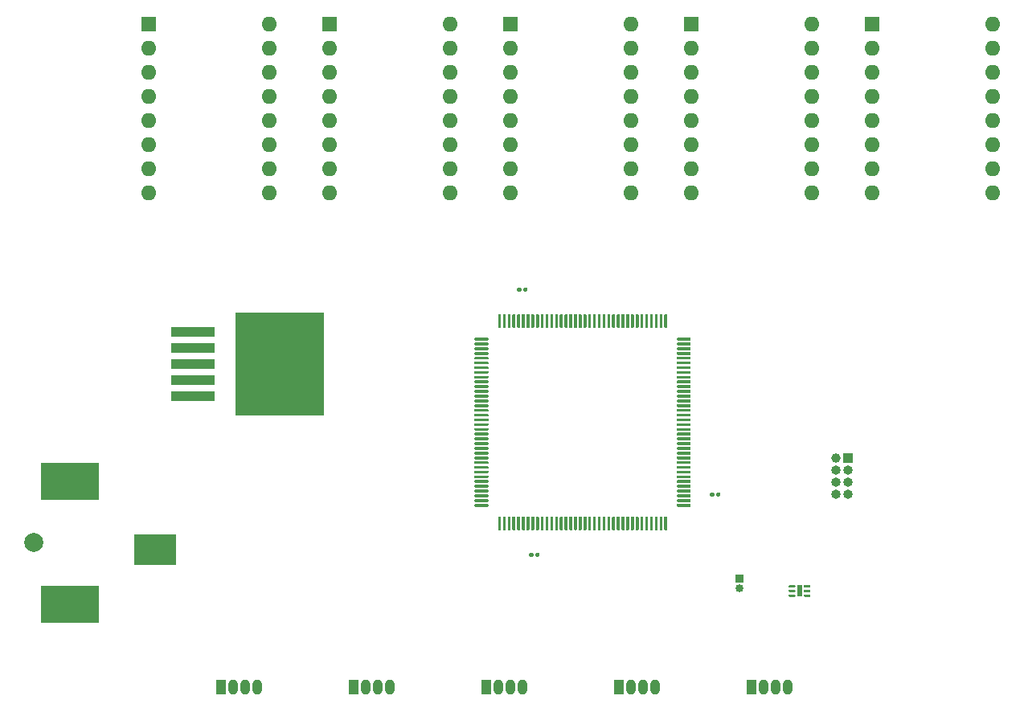
<source format=gbr>
%TF.GenerationSoftware,KiCad,Pcbnew,(5.1.9)-1*%
%TF.CreationDate,2021-10-09T18:12:39+01:00*%
%TF.ProjectId,btctestv0,62746374-6573-4747-9630-2e6b69636164,rev?*%
%TF.SameCoordinates,Original*%
%TF.FileFunction,Soldermask,Top*%
%TF.FilePolarity,Negative*%
%FSLAX46Y46*%
G04 Gerber Fmt 4.6, Leading zero omitted, Abs format (unit mm)*
G04 Created by KiCad (PCBNEW (5.1.9)-1) date 2021-10-09 18:12:39*
%MOMM*%
%LPD*%
G01*
G04 APERTURE LIST*
%ADD10C,2.000000*%
%ADD11R,6.200000X3.900000*%
%ADD12R,4.400000X3.300000*%
%ADD13O,0.850000X0.850000*%
%ADD14R,0.850000X0.850000*%
%ADD15O,1.000000X1.000000*%
%ADD16R,1.000000X1.000000*%
%ADD17C,1.000000*%
%ADD18R,9.400000X10.800000*%
%ADD19R,4.600000X1.100000*%
%ADD20R,0.500000X1.260000*%
%ADD21O,1.000000X1.600000*%
%ADD22R,1.000000X1.600000*%
%ADD23O,1.600000X1.600000*%
%ADD24R,1.600000X1.600000*%
G04 APERTURE END LIST*
D10*
%TO.C,REF\u002A\u002A*%
X89520000Y-82550000D03*
D11*
X93320000Y-89000000D03*
X93320000Y-76100000D03*
D12*
X102320000Y-83250000D03*
%TD*%
D13*
%TO.C,REF\u002A\u002A*%
X163830000Y-87360000D03*
D14*
X163830000Y-86360000D03*
%TD*%
D15*
%TO.C,REF\u002A\u002A*%
X175260000Y-77470000D03*
X173990000Y-77470000D03*
X175260000Y-76200000D03*
X173990000Y-76200000D03*
X175260000Y-74930000D03*
X173990000Y-74930000D03*
D16*
X175260000Y-73660000D03*
D17*
X173990000Y-73660000D03*
%TD*%
%TO.C,REF\u002A\u002A*%
G36*
G01*
X141060000Y-55980000D02*
X141060000Y-55780000D01*
G75*
G02*
X141160000Y-55680000I100000J0D01*
G01*
X141420000Y-55680000D01*
G75*
G02*
X141520000Y-55780000I0J-100000D01*
G01*
X141520000Y-55980000D01*
G75*
G02*
X141420000Y-56080000I-100000J0D01*
G01*
X141160000Y-56080000D01*
G75*
G02*
X141060000Y-55980000I0J100000D01*
G01*
G37*
G36*
G01*
X140420000Y-55980000D02*
X140420000Y-55780000D01*
G75*
G02*
X140520000Y-55680000I100000J0D01*
G01*
X140780000Y-55680000D01*
G75*
G02*
X140880000Y-55780000I0J-100000D01*
G01*
X140880000Y-55980000D01*
G75*
G02*
X140780000Y-56080000I-100000J0D01*
G01*
X140520000Y-56080000D01*
G75*
G02*
X140420000Y-55980000I0J100000D01*
G01*
G37*
%TD*%
%TO.C,REF\u002A\u002A*%
G36*
G01*
X161380000Y-77570000D02*
X161380000Y-77370000D01*
G75*
G02*
X161480000Y-77270000I100000J0D01*
G01*
X161740000Y-77270000D01*
G75*
G02*
X161840000Y-77370000I0J-100000D01*
G01*
X161840000Y-77570000D01*
G75*
G02*
X161740000Y-77670000I-100000J0D01*
G01*
X161480000Y-77670000D01*
G75*
G02*
X161380000Y-77570000I0J100000D01*
G01*
G37*
G36*
G01*
X160740000Y-77570000D02*
X160740000Y-77370000D01*
G75*
G02*
X160840000Y-77270000I100000J0D01*
G01*
X161100000Y-77270000D01*
G75*
G02*
X161200000Y-77370000I0J-100000D01*
G01*
X161200000Y-77570000D01*
G75*
G02*
X161100000Y-77670000I-100000J0D01*
G01*
X160840000Y-77670000D01*
G75*
G02*
X160740000Y-77570000I0J100000D01*
G01*
G37*
%TD*%
%TO.C,REF\u002A\u002A*%
G36*
G01*
X142330000Y-83920000D02*
X142330000Y-83720000D01*
G75*
G02*
X142430000Y-83620000I100000J0D01*
G01*
X142690000Y-83620000D01*
G75*
G02*
X142790000Y-83720000I0J-100000D01*
G01*
X142790000Y-83920000D01*
G75*
G02*
X142690000Y-84020000I-100000J0D01*
G01*
X142430000Y-84020000D01*
G75*
G02*
X142330000Y-83920000I0J100000D01*
G01*
G37*
G36*
G01*
X141690000Y-83920000D02*
X141690000Y-83720000D01*
G75*
G02*
X141790000Y-83620000I100000J0D01*
G01*
X142050000Y-83620000D01*
G75*
G02*
X142150000Y-83720000I0J-100000D01*
G01*
X142150000Y-83920000D01*
G75*
G02*
X142050000Y-84020000I-100000J0D01*
G01*
X141790000Y-84020000D01*
G75*
G02*
X141690000Y-83920000I0J100000D01*
G01*
G37*
%TD*%
D18*
%TO.C,U8*%
X115455000Y-63735000D03*
D19*
X106305000Y-67135000D03*
X106305000Y-65435000D03*
X106305000Y-63735000D03*
X106305000Y-62035000D03*
X106305000Y-60335000D03*
%TD*%
D20*
%TO.C,U7*%
X170180000Y-87630000D03*
G36*
G01*
X170630000Y-87192500D02*
X170630000Y-87067500D01*
G75*
G02*
X170692500Y-87005000I62500J0D01*
G01*
X171267500Y-87005000D01*
G75*
G02*
X171330000Y-87067500I0J-62500D01*
G01*
X171330000Y-87192500D01*
G75*
G02*
X171267500Y-87255000I-62500J0D01*
G01*
X170692500Y-87255000D01*
G75*
G02*
X170630000Y-87192500I0J62500D01*
G01*
G37*
G36*
G01*
X170630000Y-87692500D02*
X170630000Y-87567500D01*
G75*
G02*
X170692500Y-87505000I62500J0D01*
G01*
X171267500Y-87505000D01*
G75*
G02*
X171330000Y-87567500I0J-62500D01*
G01*
X171330000Y-87692500D01*
G75*
G02*
X171267500Y-87755000I-62500J0D01*
G01*
X170692500Y-87755000D01*
G75*
G02*
X170630000Y-87692500I0J62500D01*
G01*
G37*
G36*
G01*
X170630000Y-88192500D02*
X170630000Y-88067500D01*
G75*
G02*
X170692500Y-88005000I62500J0D01*
G01*
X171267500Y-88005000D01*
G75*
G02*
X171330000Y-88067500I0J-62500D01*
G01*
X171330000Y-88192500D01*
G75*
G02*
X171267500Y-88255000I-62500J0D01*
G01*
X170692500Y-88255000D01*
G75*
G02*
X170630000Y-88192500I0J62500D01*
G01*
G37*
G36*
G01*
X169030000Y-88192500D02*
X169030000Y-88067500D01*
G75*
G02*
X169092500Y-88005000I62500J0D01*
G01*
X169667500Y-88005000D01*
G75*
G02*
X169730000Y-88067500I0J-62500D01*
G01*
X169730000Y-88192500D01*
G75*
G02*
X169667500Y-88255000I-62500J0D01*
G01*
X169092500Y-88255000D01*
G75*
G02*
X169030000Y-88192500I0J62500D01*
G01*
G37*
G36*
G01*
X169030000Y-87692500D02*
X169030000Y-87567500D01*
G75*
G02*
X169092500Y-87505000I62500J0D01*
G01*
X169667500Y-87505000D01*
G75*
G02*
X169730000Y-87567500I0J-62500D01*
G01*
X169730000Y-87692500D01*
G75*
G02*
X169667500Y-87755000I-62500J0D01*
G01*
X169092500Y-87755000D01*
G75*
G02*
X169030000Y-87692500I0J62500D01*
G01*
G37*
G36*
G01*
X169030000Y-87192500D02*
X169030000Y-87067500D01*
G75*
G02*
X169092500Y-87005000I62500J0D01*
G01*
X169667500Y-87005000D01*
G75*
G02*
X169730000Y-87067500I0J-62500D01*
G01*
X169730000Y-87192500D01*
G75*
G02*
X169667500Y-87255000I-62500J0D01*
G01*
X169092500Y-87255000D01*
G75*
G02*
X169030000Y-87192500I0J62500D01*
G01*
G37*
%TD*%
%TO.C,U6*%
G36*
G01*
X138420000Y-59850000D02*
X138420000Y-58525000D01*
G75*
G02*
X138495000Y-58450000I75000J0D01*
G01*
X138645000Y-58450000D01*
G75*
G02*
X138720000Y-58525000I0J-75000D01*
G01*
X138720000Y-59850000D01*
G75*
G02*
X138645000Y-59925000I-75000J0D01*
G01*
X138495000Y-59925000D01*
G75*
G02*
X138420000Y-59850000I0J75000D01*
G01*
G37*
G36*
G01*
X138920000Y-59850000D02*
X138920000Y-58525000D01*
G75*
G02*
X138995000Y-58450000I75000J0D01*
G01*
X139145000Y-58450000D01*
G75*
G02*
X139220000Y-58525000I0J-75000D01*
G01*
X139220000Y-59850000D01*
G75*
G02*
X139145000Y-59925000I-75000J0D01*
G01*
X138995000Y-59925000D01*
G75*
G02*
X138920000Y-59850000I0J75000D01*
G01*
G37*
G36*
G01*
X139420000Y-59850000D02*
X139420000Y-58525000D01*
G75*
G02*
X139495000Y-58450000I75000J0D01*
G01*
X139645000Y-58450000D01*
G75*
G02*
X139720000Y-58525000I0J-75000D01*
G01*
X139720000Y-59850000D01*
G75*
G02*
X139645000Y-59925000I-75000J0D01*
G01*
X139495000Y-59925000D01*
G75*
G02*
X139420000Y-59850000I0J75000D01*
G01*
G37*
G36*
G01*
X139920000Y-59850000D02*
X139920000Y-58525000D01*
G75*
G02*
X139995000Y-58450000I75000J0D01*
G01*
X140145000Y-58450000D01*
G75*
G02*
X140220000Y-58525000I0J-75000D01*
G01*
X140220000Y-59850000D01*
G75*
G02*
X140145000Y-59925000I-75000J0D01*
G01*
X139995000Y-59925000D01*
G75*
G02*
X139920000Y-59850000I0J75000D01*
G01*
G37*
G36*
G01*
X140420000Y-59850000D02*
X140420000Y-58525000D01*
G75*
G02*
X140495000Y-58450000I75000J0D01*
G01*
X140645000Y-58450000D01*
G75*
G02*
X140720000Y-58525000I0J-75000D01*
G01*
X140720000Y-59850000D01*
G75*
G02*
X140645000Y-59925000I-75000J0D01*
G01*
X140495000Y-59925000D01*
G75*
G02*
X140420000Y-59850000I0J75000D01*
G01*
G37*
G36*
G01*
X140920000Y-59850000D02*
X140920000Y-58525000D01*
G75*
G02*
X140995000Y-58450000I75000J0D01*
G01*
X141145000Y-58450000D01*
G75*
G02*
X141220000Y-58525000I0J-75000D01*
G01*
X141220000Y-59850000D01*
G75*
G02*
X141145000Y-59925000I-75000J0D01*
G01*
X140995000Y-59925000D01*
G75*
G02*
X140920000Y-59850000I0J75000D01*
G01*
G37*
G36*
G01*
X141420000Y-59850000D02*
X141420000Y-58525000D01*
G75*
G02*
X141495000Y-58450000I75000J0D01*
G01*
X141645000Y-58450000D01*
G75*
G02*
X141720000Y-58525000I0J-75000D01*
G01*
X141720000Y-59850000D01*
G75*
G02*
X141645000Y-59925000I-75000J0D01*
G01*
X141495000Y-59925000D01*
G75*
G02*
X141420000Y-59850000I0J75000D01*
G01*
G37*
G36*
G01*
X141920000Y-59850000D02*
X141920000Y-58525000D01*
G75*
G02*
X141995000Y-58450000I75000J0D01*
G01*
X142145000Y-58450000D01*
G75*
G02*
X142220000Y-58525000I0J-75000D01*
G01*
X142220000Y-59850000D01*
G75*
G02*
X142145000Y-59925000I-75000J0D01*
G01*
X141995000Y-59925000D01*
G75*
G02*
X141920000Y-59850000I0J75000D01*
G01*
G37*
G36*
G01*
X142420000Y-59850000D02*
X142420000Y-58525000D01*
G75*
G02*
X142495000Y-58450000I75000J0D01*
G01*
X142645000Y-58450000D01*
G75*
G02*
X142720000Y-58525000I0J-75000D01*
G01*
X142720000Y-59850000D01*
G75*
G02*
X142645000Y-59925000I-75000J0D01*
G01*
X142495000Y-59925000D01*
G75*
G02*
X142420000Y-59850000I0J75000D01*
G01*
G37*
G36*
G01*
X142920000Y-59850000D02*
X142920000Y-58525000D01*
G75*
G02*
X142995000Y-58450000I75000J0D01*
G01*
X143145000Y-58450000D01*
G75*
G02*
X143220000Y-58525000I0J-75000D01*
G01*
X143220000Y-59850000D01*
G75*
G02*
X143145000Y-59925000I-75000J0D01*
G01*
X142995000Y-59925000D01*
G75*
G02*
X142920000Y-59850000I0J75000D01*
G01*
G37*
G36*
G01*
X143420000Y-59850000D02*
X143420000Y-58525000D01*
G75*
G02*
X143495000Y-58450000I75000J0D01*
G01*
X143645000Y-58450000D01*
G75*
G02*
X143720000Y-58525000I0J-75000D01*
G01*
X143720000Y-59850000D01*
G75*
G02*
X143645000Y-59925000I-75000J0D01*
G01*
X143495000Y-59925000D01*
G75*
G02*
X143420000Y-59850000I0J75000D01*
G01*
G37*
G36*
G01*
X143920000Y-59850000D02*
X143920000Y-58525000D01*
G75*
G02*
X143995000Y-58450000I75000J0D01*
G01*
X144145000Y-58450000D01*
G75*
G02*
X144220000Y-58525000I0J-75000D01*
G01*
X144220000Y-59850000D01*
G75*
G02*
X144145000Y-59925000I-75000J0D01*
G01*
X143995000Y-59925000D01*
G75*
G02*
X143920000Y-59850000I0J75000D01*
G01*
G37*
G36*
G01*
X144420000Y-59850000D02*
X144420000Y-58525000D01*
G75*
G02*
X144495000Y-58450000I75000J0D01*
G01*
X144645000Y-58450000D01*
G75*
G02*
X144720000Y-58525000I0J-75000D01*
G01*
X144720000Y-59850000D01*
G75*
G02*
X144645000Y-59925000I-75000J0D01*
G01*
X144495000Y-59925000D01*
G75*
G02*
X144420000Y-59850000I0J75000D01*
G01*
G37*
G36*
G01*
X144920000Y-59850000D02*
X144920000Y-58525000D01*
G75*
G02*
X144995000Y-58450000I75000J0D01*
G01*
X145145000Y-58450000D01*
G75*
G02*
X145220000Y-58525000I0J-75000D01*
G01*
X145220000Y-59850000D01*
G75*
G02*
X145145000Y-59925000I-75000J0D01*
G01*
X144995000Y-59925000D01*
G75*
G02*
X144920000Y-59850000I0J75000D01*
G01*
G37*
G36*
G01*
X145420000Y-59850000D02*
X145420000Y-58525000D01*
G75*
G02*
X145495000Y-58450000I75000J0D01*
G01*
X145645000Y-58450000D01*
G75*
G02*
X145720000Y-58525000I0J-75000D01*
G01*
X145720000Y-59850000D01*
G75*
G02*
X145645000Y-59925000I-75000J0D01*
G01*
X145495000Y-59925000D01*
G75*
G02*
X145420000Y-59850000I0J75000D01*
G01*
G37*
G36*
G01*
X145920000Y-59850000D02*
X145920000Y-58525000D01*
G75*
G02*
X145995000Y-58450000I75000J0D01*
G01*
X146145000Y-58450000D01*
G75*
G02*
X146220000Y-58525000I0J-75000D01*
G01*
X146220000Y-59850000D01*
G75*
G02*
X146145000Y-59925000I-75000J0D01*
G01*
X145995000Y-59925000D01*
G75*
G02*
X145920000Y-59850000I0J75000D01*
G01*
G37*
G36*
G01*
X146420000Y-59850000D02*
X146420000Y-58525000D01*
G75*
G02*
X146495000Y-58450000I75000J0D01*
G01*
X146645000Y-58450000D01*
G75*
G02*
X146720000Y-58525000I0J-75000D01*
G01*
X146720000Y-59850000D01*
G75*
G02*
X146645000Y-59925000I-75000J0D01*
G01*
X146495000Y-59925000D01*
G75*
G02*
X146420000Y-59850000I0J75000D01*
G01*
G37*
G36*
G01*
X146920000Y-59850000D02*
X146920000Y-58525000D01*
G75*
G02*
X146995000Y-58450000I75000J0D01*
G01*
X147145000Y-58450000D01*
G75*
G02*
X147220000Y-58525000I0J-75000D01*
G01*
X147220000Y-59850000D01*
G75*
G02*
X147145000Y-59925000I-75000J0D01*
G01*
X146995000Y-59925000D01*
G75*
G02*
X146920000Y-59850000I0J75000D01*
G01*
G37*
G36*
G01*
X147420000Y-59850000D02*
X147420000Y-58525000D01*
G75*
G02*
X147495000Y-58450000I75000J0D01*
G01*
X147645000Y-58450000D01*
G75*
G02*
X147720000Y-58525000I0J-75000D01*
G01*
X147720000Y-59850000D01*
G75*
G02*
X147645000Y-59925000I-75000J0D01*
G01*
X147495000Y-59925000D01*
G75*
G02*
X147420000Y-59850000I0J75000D01*
G01*
G37*
G36*
G01*
X147920000Y-59850000D02*
X147920000Y-58525000D01*
G75*
G02*
X147995000Y-58450000I75000J0D01*
G01*
X148145000Y-58450000D01*
G75*
G02*
X148220000Y-58525000I0J-75000D01*
G01*
X148220000Y-59850000D01*
G75*
G02*
X148145000Y-59925000I-75000J0D01*
G01*
X147995000Y-59925000D01*
G75*
G02*
X147920000Y-59850000I0J75000D01*
G01*
G37*
G36*
G01*
X148420000Y-59850000D02*
X148420000Y-58525000D01*
G75*
G02*
X148495000Y-58450000I75000J0D01*
G01*
X148645000Y-58450000D01*
G75*
G02*
X148720000Y-58525000I0J-75000D01*
G01*
X148720000Y-59850000D01*
G75*
G02*
X148645000Y-59925000I-75000J0D01*
G01*
X148495000Y-59925000D01*
G75*
G02*
X148420000Y-59850000I0J75000D01*
G01*
G37*
G36*
G01*
X148920000Y-59850000D02*
X148920000Y-58525000D01*
G75*
G02*
X148995000Y-58450000I75000J0D01*
G01*
X149145000Y-58450000D01*
G75*
G02*
X149220000Y-58525000I0J-75000D01*
G01*
X149220000Y-59850000D01*
G75*
G02*
X149145000Y-59925000I-75000J0D01*
G01*
X148995000Y-59925000D01*
G75*
G02*
X148920000Y-59850000I0J75000D01*
G01*
G37*
G36*
G01*
X149420000Y-59850000D02*
X149420000Y-58525000D01*
G75*
G02*
X149495000Y-58450000I75000J0D01*
G01*
X149645000Y-58450000D01*
G75*
G02*
X149720000Y-58525000I0J-75000D01*
G01*
X149720000Y-59850000D01*
G75*
G02*
X149645000Y-59925000I-75000J0D01*
G01*
X149495000Y-59925000D01*
G75*
G02*
X149420000Y-59850000I0J75000D01*
G01*
G37*
G36*
G01*
X149920000Y-59850000D02*
X149920000Y-58525000D01*
G75*
G02*
X149995000Y-58450000I75000J0D01*
G01*
X150145000Y-58450000D01*
G75*
G02*
X150220000Y-58525000I0J-75000D01*
G01*
X150220000Y-59850000D01*
G75*
G02*
X150145000Y-59925000I-75000J0D01*
G01*
X149995000Y-59925000D01*
G75*
G02*
X149920000Y-59850000I0J75000D01*
G01*
G37*
G36*
G01*
X150420000Y-59850000D02*
X150420000Y-58525000D01*
G75*
G02*
X150495000Y-58450000I75000J0D01*
G01*
X150645000Y-58450000D01*
G75*
G02*
X150720000Y-58525000I0J-75000D01*
G01*
X150720000Y-59850000D01*
G75*
G02*
X150645000Y-59925000I-75000J0D01*
G01*
X150495000Y-59925000D01*
G75*
G02*
X150420000Y-59850000I0J75000D01*
G01*
G37*
G36*
G01*
X150920000Y-59850000D02*
X150920000Y-58525000D01*
G75*
G02*
X150995000Y-58450000I75000J0D01*
G01*
X151145000Y-58450000D01*
G75*
G02*
X151220000Y-58525000I0J-75000D01*
G01*
X151220000Y-59850000D01*
G75*
G02*
X151145000Y-59925000I-75000J0D01*
G01*
X150995000Y-59925000D01*
G75*
G02*
X150920000Y-59850000I0J75000D01*
G01*
G37*
G36*
G01*
X151420000Y-59850000D02*
X151420000Y-58525000D01*
G75*
G02*
X151495000Y-58450000I75000J0D01*
G01*
X151645000Y-58450000D01*
G75*
G02*
X151720000Y-58525000I0J-75000D01*
G01*
X151720000Y-59850000D01*
G75*
G02*
X151645000Y-59925000I-75000J0D01*
G01*
X151495000Y-59925000D01*
G75*
G02*
X151420000Y-59850000I0J75000D01*
G01*
G37*
G36*
G01*
X151920000Y-59850000D02*
X151920000Y-58525000D01*
G75*
G02*
X151995000Y-58450000I75000J0D01*
G01*
X152145000Y-58450000D01*
G75*
G02*
X152220000Y-58525000I0J-75000D01*
G01*
X152220000Y-59850000D01*
G75*
G02*
X152145000Y-59925000I-75000J0D01*
G01*
X151995000Y-59925000D01*
G75*
G02*
X151920000Y-59850000I0J75000D01*
G01*
G37*
G36*
G01*
X152420000Y-59850000D02*
X152420000Y-58525000D01*
G75*
G02*
X152495000Y-58450000I75000J0D01*
G01*
X152645000Y-58450000D01*
G75*
G02*
X152720000Y-58525000I0J-75000D01*
G01*
X152720000Y-59850000D01*
G75*
G02*
X152645000Y-59925000I-75000J0D01*
G01*
X152495000Y-59925000D01*
G75*
G02*
X152420000Y-59850000I0J75000D01*
G01*
G37*
G36*
G01*
X152920000Y-59850000D02*
X152920000Y-58525000D01*
G75*
G02*
X152995000Y-58450000I75000J0D01*
G01*
X153145000Y-58450000D01*
G75*
G02*
X153220000Y-58525000I0J-75000D01*
G01*
X153220000Y-59850000D01*
G75*
G02*
X153145000Y-59925000I-75000J0D01*
G01*
X152995000Y-59925000D01*
G75*
G02*
X152920000Y-59850000I0J75000D01*
G01*
G37*
G36*
G01*
X153420000Y-59850000D02*
X153420000Y-58525000D01*
G75*
G02*
X153495000Y-58450000I75000J0D01*
G01*
X153645000Y-58450000D01*
G75*
G02*
X153720000Y-58525000I0J-75000D01*
G01*
X153720000Y-59850000D01*
G75*
G02*
X153645000Y-59925000I-75000J0D01*
G01*
X153495000Y-59925000D01*
G75*
G02*
X153420000Y-59850000I0J75000D01*
G01*
G37*
G36*
G01*
X153920000Y-59850000D02*
X153920000Y-58525000D01*
G75*
G02*
X153995000Y-58450000I75000J0D01*
G01*
X154145000Y-58450000D01*
G75*
G02*
X154220000Y-58525000I0J-75000D01*
G01*
X154220000Y-59850000D01*
G75*
G02*
X154145000Y-59925000I-75000J0D01*
G01*
X153995000Y-59925000D01*
G75*
G02*
X153920000Y-59850000I0J75000D01*
G01*
G37*
G36*
G01*
X154420000Y-59850000D02*
X154420000Y-58525000D01*
G75*
G02*
X154495000Y-58450000I75000J0D01*
G01*
X154645000Y-58450000D01*
G75*
G02*
X154720000Y-58525000I0J-75000D01*
G01*
X154720000Y-59850000D01*
G75*
G02*
X154645000Y-59925000I-75000J0D01*
G01*
X154495000Y-59925000D01*
G75*
G02*
X154420000Y-59850000I0J75000D01*
G01*
G37*
G36*
G01*
X154920000Y-59850000D02*
X154920000Y-58525000D01*
G75*
G02*
X154995000Y-58450000I75000J0D01*
G01*
X155145000Y-58450000D01*
G75*
G02*
X155220000Y-58525000I0J-75000D01*
G01*
X155220000Y-59850000D01*
G75*
G02*
X155145000Y-59925000I-75000J0D01*
G01*
X154995000Y-59925000D01*
G75*
G02*
X154920000Y-59850000I0J75000D01*
G01*
G37*
G36*
G01*
X155420000Y-59850000D02*
X155420000Y-58525000D01*
G75*
G02*
X155495000Y-58450000I75000J0D01*
G01*
X155645000Y-58450000D01*
G75*
G02*
X155720000Y-58525000I0J-75000D01*
G01*
X155720000Y-59850000D01*
G75*
G02*
X155645000Y-59925000I-75000J0D01*
G01*
X155495000Y-59925000D01*
G75*
G02*
X155420000Y-59850000I0J75000D01*
G01*
G37*
G36*
G01*
X155920000Y-59850000D02*
X155920000Y-58525000D01*
G75*
G02*
X155995000Y-58450000I75000J0D01*
G01*
X156145000Y-58450000D01*
G75*
G02*
X156220000Y-58525000I0J-75000D01*
G01*
X156220000Y-59850000D01*
G75*
G02*
X156145000Y-59925000I-75000J0D01*
G01*
X155995000Y-59925000D01*
G75*
G02*
X155920000Y-59850000I0J75000D01*
G01*
G37*
G36*
G01*
X157245000Y-61175000D02*
X157245000Y-61025000D01*
G75*
G02*
X157320000Y-60950000I75000J0D01*
G01*
X158645000Y-60950000D01*
G75*
G02*
X158720000Y-61025000I0J-75000D01*
G01*
X158720000Y-61175000D01*
G75*
G02*
X158645000Y-61250000I-75000J0D01*
G01*
X157320000Y-61250000D01*
G75*
G02*
X157245000Y-61175000I0J75000D01*
G01*
G37*
G36*
G01*
X157245000Y-61675000D02*
X157245000Y-61525000D01*
G75*
G02*
X157320000Y-61450000I75000J0D01*
G01*
X158645000Y-61450000D01*
G75*
G02*
X158720000Y-61525000I0J-75000D01*
G01*
X158720000Y-61675000D01*
G75*
G02*
X158645000Y-61750000I-75000J0D01*
G01*
X157320000Y-61750000D01*
G75*
G02*
X157245000Y-61675000I0J75000D01*
G01*
G37*
G36*
G01*
X157245000Y-62175000D02*
X157245000Y-62025000D01*
G75*
G02*
X157320000Y-61950000I75000J0D01*
G01*
X158645000Y-61950000D01*
G75*
G02*
X158720000Y-62025000I0J-75000D01*
G01*
X158720000Y-62175000D01*
G75*
G02*
X158645000Y-62250000I-75000J0D01*
G01*
X157320000Y-62250000D01*
G75*
G02*
X157245000Y-62175000I0J75000D01*
G01*
G37*
G36*
G01*
X157245000Y-62675000D02*
X157245000Y-62525000D01*
G75*
G02*
X157320000Y-62450000I75000J0D01*
G01*
X158645000Y-62450000D01*
G75*
G02*
X158720000Y-62525000I0J-75000D01*
G01*
X158720000Y-62675000D01*
G75*
G02*
X158645000Y-62750000I-75000J0D01*
G01*
X157320000Y-62750000D01*
G75*
G02*
X157245000Y-62675000I0J75000D01*
G01*
G37*
G36*
G01*
X157245000Y-63175000D02*
X157245000Y-63025000D01*
G75*
G02*
X157320000Y-62950000I75000J0D01*
G01*
X158645000Y-62950000D01*
G75*
G02*
X158720000Y-63025000I0J-75000D01*
G01*
X158720000Y-63175000D01*
G75*
G02*
X158645000Y-63250000I-75000J0D01*
G01*
X157320000Y-63250000D01*
G75*
G02*
X157245000Y-63175000I0J75000D01*
G01*
G37*
G36*
G01*
X157245000Y-63675000D02*
X157245000Y-63525000D01*
G75*
G02*
X157320000Y-63450000I75000J0D01*
G01*
X158645000Y-63450000D01*
G75*
G02*
X158720000Y-63525000I0J-75000D01*
G01*
X158720000Y-63675000D01*
G75*
G02*
X158645000Y-63750000I-75000J0D01*
G01*
X157320000Y-63750000D01*
G75*
G02*
X157245000Y-63675000I0J75000D01*
G01*
G37*
G36*
G01*
X157245000Y-64175000D02*
X157245000Y-64025000D01*
G75*
G02*
X157320000Y-63950000I75000J0D01*
G01*
X158645000Y-63950000D01*
G75*
G02*
X158720000Y-64025000I0J-75000D01*
G01*
X158720000Y-64175000D01*
G75*
G02*
X158645000Y-64250000I-75000J0D01*
G01*
X157320000Y-64250000D01*
G75*
G02*
X157245000Y-64175000I0J75000D01*
G01*
G37*
G36*
G01*
X157245000Y-64675000D02*
X157245000Y-64525000D01*
G75*
G02*
X157320000Y-64450000I75000J0D01*
G01*
X158645000Y-64450000D01*
G75*
G02*
X158720000Y-64525000I0J-75000D01*
G01*
X158720000Y-64675000D01*
G75*
G02*
X158645000Y-64750000I-75000J0D01*
G01*
X157320000Y-64750000D01*
G75*
G02*
X157245000Y-64675000I0J75000D01*
G01*
G37*
G36*
G01*
X157245000Y-65175000D02*
X157245000Y-65025000D01*
G75*
G02*
X157320000Y-64950000I75000J0D01*
G01*
X158645000Y-64950000D01*
G75*
G02*
X158720000Y-65025000I0J-75000D01*
G01*
X158720000Y-65175000D01*
G75*
G02*
X158645000Y-65250000I-75000J0D01*
G01*
X157320000Y-65250000D01*
G75*
G02*
X157245000Y-65175000I0J75000D01*
G01*
G37*
G36*
G01*
X157245000Y-65675000D02*
X157245000Y-65525000D01*
G75*
G02*
X157320000Y-65450000I75000J0D01*
G01*
X158645000Y-65450000D01*
G75*
G02*
X158720000Y-65525000I0J-75000D01*
G01*
X158720000Y-65675000D01*
G75*
G02*
X158645000Y-65750000I-75000J0D01*
G01*
X157320000Y-65750000D01*
G75*
G02*
X157245000Y-65675000I0J75000D01*
G01*
G37*
G36*
G01*
X157245000Y-66175000D02*
X157245000Y-66025000D01*
G75*
G02*
X157320000Y-65950000I75000J0D01*
G01*
X158645000Y-65950000D01*
G75*
G02*
X158720000Y-66025000I0J-75000D01*
G01*
X158720000Y-66175000D01*
G75*
G02*
X158645000Y-66250000I-75000J0D01*
G01*
X157320000Y-66250000D01*
G75*
G02*
X157245000Y-66175000I0J75000D01*
G01*
G37*
G36*
G01*
X157245000Y-66675000D02*
X157245000Y-66525000D01*
G75*
G02*
X157320000Y-66450000I75000J0D01*
G01*
X158645000Y-66450000D01*
G75*
G02*
X158720000Y-66525000I0J-75000D01*
G01*
X158720000Y-66675000D01*
G75*
G02*
X158645000Y-66750000I-75000J0D01*
G01*
X157320000Y-66750000D01*
G75*
G02*
X157245000Y-66675000I0J75000D01*
G01*
G37*
G36*
G01*
X157245000Y-67175000D02*
X157245000Y-67025000D01*
G75*
G02*
X157320000Y-66950000I75000J0D01*
G01*
X158645000Y-66950000D01*
G75*
G02*
X158720000Y-67025000I0J-75000D01*
G01*
X158720000Y-67175000D01*
G75*
G02*
X158645000Y-67250000I-75000J0D01*
G01*
X157320000Y-67250000D01*
G75*
G02*
X157245000Y-67175000I0J75000D01*
G01*
G37*
G36*
G01*
X157245000Y-67675000D02*
X157245000Y-67525000D01*
G75*
G02*
X157320000Y-67450000I75000J0D01*
G01*
X158645000Y-67450000D01*
G75*
G02*
X158720000Y-67525000I0J-75000D01*
G01*
X158720000Y-67675000D01*
G75*
G02*
X158645000Y-67750000I-75000J0D01*
G01*
X157320000Y-67750000D01*
G75*
G02*
X157245000Y-67675000I0J75000D01*
G01*
G37*
G36*
G01*
X157245000Y-68175000D02*
X157245000Y-68025000D01*
G75*
G02*
X157320000Y-67950000I75000J0D01*
G01*
X158645000Y-67950000D01*
G75*
G02*
X158720000Y-68025000I0J-75000D01*
G01*
X158720000Y-68175000D01*
G75*
G02*
X158645000Y-68250000I-75000J0D01*
G01*
X157320000Y-68250000D01*
G75*
G02*
X157245000Y-68175000I0J75000D01*
G01*
G37*
G36*
G01*
X157245000Y-68675000D02*
X157245000Y-68525000D01*
G75*
G02*
X157320000Y-68450000I75000J0D01*
G01*
X158645000Y-68450000D01*
G75*
G02*
X158720000Y-68525000I0J-75000D01*
G01*
X158720000Y-68675000D01*
G75*
G02*
X158645000Y-68750000I-75000J0D01*
G01*
X157320000Y-68750000D01*
G75*
G02*
X157245000Y-68675000I0J75000D01*
G01*
G37*
G36*
G01*
X157245000Y-69175000D02*
X157245000Y-69025000D01*
G75*
G02*
X157320000Y-68950000I75000J0D01*
G01*
X158645000Y-68950000D01*
G75*
G02*
X158720000Y-69025000I0J-75000D01*
G01*
X158720000Y-69175000D01*
G75*
G02*
X158645000Y-69250000I-75000J0D01*
G01*
X157320000Y-69250000D01*
G75*
G02*
X157245000Y-69175000I0J75000D01*
G01*
G37*
G36*
G01*
X157245000Y-69675000D02*
X157245000Y-69525000D01*
G75*
G02*
X157320000Y-69450000I75000J0D01*
G01*
X158645000Y-69450000D01*
G75*
G02*
X158720000Y-69525000I0J-75000D01*
G01*
X158720000Y-69675000D01*
G75*
G02*
X158645000Y-69750000I-75000J0D01*
G01*
X157320000Y-69750000D01*
G75*
G02*
X157245000Y-69675000I0J75000D01*
G01*
G37*
G36*
G01*
X157245000Y-70175000D02*
X157245000Y-70025000D01*
G75*
G02*
X157320000Y-69950000I75000J0D01*
G01*
X158645000Y-69950000D01*
G75*
G02*
X158720000Y-70025000I0J-75000D01*
G01*
X158720000Y-70175000D01*
G75*
G02*
X158645000Y-70250000I-75000J0D01*
G01*
X157320000Y-70250000D01*
G75*
G02*
X157245000Y-70175000I0J75000D01*
G01*
G37*
G36*
G01*
X157245000Y-70675000D02*
X157245000Y-70525000D01*
G75*
G02*
X157320000Y-70450000I75000J0D01*
G01*
X158645000Y-70450000D01*
G75*
G02*
X158720000Y-70525000I0J-75000D01*
G01*
X158720000Y-70675000D01*
G75*
G02*
X158645000Y-70750000I-75000J0D01*
G01*
X157320000Y-70750000D01*
G75*
G02*
X157245000Y-70675000I0J75000D01*
G01*
G37*
G36*
G01*
X157245000Y-71175000D02*
X157245000Y-71025000D01*
G75*
G02*
X157320000Y-70950000I75000J0D01*
G01*
X158645000Y-70950000D01*
G75*
G02*
X158720000Y-71025000I0J-75000D01*
G01*
X158720000Y-71175000D01*
G75*
G02*
X158645000Y-71250000I-75000J0D01*
G01*
X157320000Y-71250000D01*
G75*
G02*
X157245000Y-71175000I0J75000D01*
G01*
G37*
G36*
G01*
X157245000Y-71675000D02*
X157245000Y-71525000D01*
G75*
G02*
X157320000Y-71450000I75000J0D01*
G01*
X158645000Y-71450000D01*
G75*
G02*
X158720000Y-71525000I0J-75000D01*
G01*
X158720000Y-71675000D01*
G75*
G02*
X158645000Y-71750000I-75000J0D01*
G01*
X157320000Y-71750000D01*
G75*
G02*
X157245000Y-71675000I0J75000D01*
G01*
G37*
G36*
G01*
X157245000Y-72175000D02*
X157245000Y-72025000D01*
G75*
G02*
X157320000Y-71950000I75000J0D01*
G01*
X158645000Y-71950000D01*
G75*
G02*
X158720000Y-72025000I0J-75000D01*
G01*
X158720000Y-72175000D01*
G75*
G02*
X158645000Y-72250000I-75000J0D01*
G01*
X157320000Y-72250000D01*
G75*
G02*
X157245000Y-72175000I0J75000D01*
G01*
G37*
G36*
G01*
X157245000Y-72675000D02*
X157245000Y-72525000D01*
G75*
G02*
X157320000Y-72450000I75000J0D01*
G01*
X158645000Y-72450000D01*
G75*
G02*
X158720000Y-72525000I0J-75000D01*
G01*
X158720000Y-72675000D01*
G75*
G02*
X158645000Y-72750000I-75000J0D01*
G01*
X157320000Y-72750000D01*
G75*
G02*
X157245000Y-72675000I0J75000D01*
G01*
G37*
G36*
G01*
X157245000Y-73175000D02*
X157245000Y-73025000D01*
G75*
G02*
X157320000Y-72950000I75000J0D01*
G01*
X158645000Y-72950000D01*
G75*
G02*
X158720000Y-73025000I0J-75000D01*
G01*
X158720000Y-73175000D01*
G75*
G02*
X158645000Y-73250000I-75000J0D01*
G01*
X157320000Y-73250000D01*
G75*
G02*
X157245000Y-73175000I0J75000D01*
G01*
G37*
G36*
G01*
X157245000Y-73675000D02*
X157245000Y-73525000D01*
G75*
G02*
X157320000Y-73450000I75000J0D01*
G01*
X158645000Y-73450000D01*
G75*
G02*
X158720000Y-73525000I0J-75000D01*
G01*
X158720000Y-73675000D01*
G75*
G02*
X158645000Y-73750000I-75000J0D01*
G01*
X157320000Y-73750000D01*
G75*
G02*
X157245000Y-73675000I0J75000D01*
G01*
G37*
G36*
G01*
X157245000Y-74175000D02*
X157245000Y-74025000D01*
G75*
G02*
X157320000Y-73950000I75000J0D01*
G01*
X158645000Y-73950000D01*
G75*
G02*
X158720000Y-74025000I0J-75000D01*
G01*
X158720000Y-74175000D01*
G75*
G02*
X158645000Y-74250000I-75000J0D01*
G01*
X157320000Y-74250000D01*
G75*
G02*
X157245000Y-74175000I0J75000D01*
G01*
G37*
G36*
G01*
X157245000Y-74675000D02*
X157245000Y-74525000D01*
G75*
G02*
X157320000Y-74450000I75000J0D01*
G01*
X158645000Y-74450000D01*
G75*
G02*
X158720000Y-74525000I0J-75000D01*
G01*
X158720000Y-74675000D01*
G75*
G02*
X158645000Y-74750000I-75000J0D01*
G01*
X157320000Y-74750000D01*
G75*
G02*
X157245000Y-74675000I0J75000D01*
G01*
G37*
G36*
G01*
X157245000Y-75175000D02*
X157245000Y-75025000D01*
G75*
G02*
X157320000Y-74950000I75000J0D01*
G01*
X158645000Y-74950000D01*
G75*
G02*
X158720000Y-75025000I0J-75000D01*
G01*
X158720000Y-75175000D01*
G75*
G02*
X158645000Y-75250000I-75000J0D01*
G01*
X157320000Y-75250000D01*
G75*
G02*
X157245000Y-75175000I0J75000D01*
G01*
G37*
G36*
G01*
X157245000Y-75675000D02*
X157245000Y-75525000D01*
G75*
G02*
X157320000Y-75450000I75000J0D01*
G01*
X158645000Y-75450000D01*
G75*
G02*
X158720000Y-75525000I0J-75000D01*
G01*
X158720000Y-75675000D01*
G75*
G02*
X158645000Y-75750000I-75000J0D01*
G01*
X157320000Y-75750000D01*
G75*
G02*
X157245000Y-75675000I0J75000D01*
G01*
G37*
G36*
G01*
X157245000Y-76175000D02*
X157245000Y-76025000D01*
G75*
G02*
X157320000Y-75950000I75000J0D01*
G01*
X158645000Y-75950000D01*
G75*
G02*
X158720000Y-76025000I0J-75000D01*
G01*
X158720000Y-76175000D01*
G75*
G02*
X158645000Y-76250000I-75000J0D01*
G01*
X157320000Y-76250000D01*
G75*
G02*
X157245000Y-76175000I0J75000D01*
G01*
G37*
G36*
G01*
X157245000Y-76675000D02*
X157245000Y-76525000D01*
G75*
G02*
X157320000Y-76450000I75000J0D01*
G01*
X158645000Y-76450000D01*
G75*
G02*
X158720000Y-76525000I0J-75000D01*
G01*
X158720000Y-76675000D01*
G75*
G02*
X158645000Y-76750000I-75000J0D01*
G01*
X157320000Y-76750000D01*
G75*
G02*
X157245000Y-76675000I0J75000D01*
G01*
G37*
G36*
G01*
X157245000Y-77175000D02*
X157245000Y-77025000D01*
G75*
G02*
X157320000Y-76950000I75000J0D01*
G01*
X158645000Y-76950000D01*
G75*
G02*
X158720000Y-77025000I0J-75000D01*
G01*
X158720000Y-77175000D01*
G75*
G02*
X158645000Y-77250000I-75000J0D01*
G01*
X157320000Y-77250000D01*
G75*
G02*
X157245000Y-77175000I0J75000D01*
G01*
G37*
G36*
G01*
X157245000Y-77675000D02*
X157245000Y-77525000D01*
G75*
G02*
X157320000Y-77450000I75000J0D01*
G01*
X158645000Y-77450000D01*
G75*
G02*
X158720000Y-77525000I0J-75000D01*
G01*
X158720000Y-77675000D01*
G75*
G02*
X158645000Y-77750000I-75000J0D01*
G01*
X157320000Y-77750000D01*
G75*
G02*
X157245000Y-77675000I0J75000D01*
G01*
G37*
G36*
G01*
X157245000Y-78175000D02*
X157245000Y-78025000D01*
G75*
G02*
X157320000Y-77950000I75000J0D01*
G01*
X158645000Y-77950000D01*
G75*
G02*
X158720000Y-78025000I0J-75000D01*
G01*
X158720000Y-78175000D01*
G75*
G02*
X158645000Y-78250000I-75000J0D01*
G01*
X157320000Y-78250000D01*
G75*
G02*
X157245000Y-78175000I0J75000D01*
G01*
G37*
G36*
G01*
X157245000Y-78675000D02*
X157245000Y-78525000D01*
G75*
G02*
X157320000Y-78450000I75000J0D01*
G01*
X158645000Y-78450000D01*
G75*
G02*
X158720000Y-78525000I0J-75000D01*
G01*
X158720000Y-78675000D01*
G75*
G02*
X158645000Y-78750000I-75000J0D01*
G01*
X157320000Y-78750000D01*
G75*
G02*
X157245000Y-78675000I0J75000D01*
G01*
G37*
G36*
G01*
X155920000Y-81175000D02*
X155920000Y-79850000D01*
G75*
G02*
X155995000Y-79775000I75000J0D01*
G01*
X156145000Y-79775000D01*
G75*
G02*
X156220000Y-79850000I0J-75000D01*
G01*
X156220000Y-81175000D01*
G75*
G02*
X156145000Y-81250000I-75000J0D01*
G01*
X155995000Y-81250000D01*
G75*
G02*
X155920000Y-81175000I0J75000D01*
G01*
G37*
G36*
G01*
X155420000Y-81175000D02*
X155420000Y-79850000D01*
G75*
G02*
X155495000Y-79775000I75000J0D01*
G01*
X155645000Y-79775000D01*
G75*
G02*
X155720000Y-79850000I0J-75000D01*
G01*
X155720000Y-81175000D01*
G75*
G02*
X155645000Y-81250000I-75000J0D01*
G01*
X155495000Y-81250000D01*
G75*
G02*
X155420000Y-81175000I0J75000D01*
G01*
G37*
G36*
G01*
X154920000Y-81175000D02*
X154920000Y-79850000D01*
G75*
G02*
X154995000Y-79775000I75000J0D01*
G01*
X155145000Y-79775000D01*
G75*
G02*
X155220000Y-79850000I0J-75000D01*
G01*
X155220000Y-81175000D01*
G75*
G02*
X155145000Y-81250000I-75000J0D01*
G01*
X154995000Y-81250000D01*
G75*
G02*
X154920000Y-81175000I0J75000D01*
G01*
G37*
G36*
G01*
X154420000Y-81175000D02*
X154420000Y-79850000D01*
G75*
G02*
X154495000Y-79775000I75000J0D01*
G01*
X154645000Y-79775000D01*
G75*
G02*
X154720000Y-79850000I0J-75000D01*
G01*
X154720000Y-81175000D01*
G75*
G02*
X154645000Y-81250000I-75000J0D01*
G01*
X154495000Y-81250000D01*
G75*
G02*
X154420000Y-81175000I0J75000D01*
G01*
G37*
G36*
G01*
X153920000Y-81175000D02*
X153920000Y-79850000D01*
G75*
G02*
X153995000Y-79775000I75000J0D01*
G01*
X154145000Y-79775000D01*
G75*
G02*
X154220000Y-79850000I0J-75000D01*
G01*
X154220000Y-81175000D01*
G75*
G02*
X154145000Y-81250000I-75000J0D01*
G01*
X153995000Y-81250000D01*
G75*
G02*
X153920000Y-81175000I0J75000D01*
G01*
G37*
G36*
G01*
X153420000Y-81175000D02*
X153420000Y-79850000D01*
G75*
G02*
X153495000Y-79775000I75000J0D01*
G01*
X153645000Y-79775000D01*
G75*
G02*
X153720000Y-79850000I0J-75000D01*
G01*
X153720000Y-81175000D01*
G75*
G02*
X153645000Y-81250000I-75000J0D01*
G01*
X153495000Y-81250000D01*
G75*
G02*
X153420000Y-81175000I0J75000D01*
G01*
G37*
G36*
G01*
X152920000Y-81175000D02*
X152920000Y-79850000D01*
G75*
G02*
X152995000Y-79775000I75000J0D01*
G01*
X153145000Y-79775000D01*
G75*
G02*
X153220000Y-79850000I0J-75000D01*
G01*
X153220000Y-81175000D01*
G75*
G02*
X153145000Y-81250000I-75000J0D01*
G01*
X152995000Y-81250000D01*
G75*
G02*
X152920000Y-81175000I0J75000D01*
G01*
G37*
G36*
G01*
X152420000Y-81175000D02*
X152420000Y-79850000D01*
G75*
G02*
X152495000Y-79775000I75000J0D01*
G01*
X152645000Y-79775000D01*
G75*
G02*
X152720000Y-79850000I0J-75000D01*
G01*
X152720000Y-81175000D01*
G75*
G02*
X152645000Y-81250000I-75000J0D01*
G01*
X152495000Y-81250000D01*
G75*
G02*
X152420000Y-81175000I0J75000D01*
G01*
G37*
G36*
G01*
X151920000Y-81175000D02*
X151920000Y-79850000D01*
G75*
G02*
X151995000Y-79775000I75000J0D01*
G01*
X152145000Y-79775000D01*
G75*
G02*
X152220000Y-79850000I0J-75000D01*
G01*
X152220000Y-81175000D01*
G75*
G02*
X152145000Y-81250000I-75000J0D01*
G01*
X151995000Y-81250000D01*
G75*
G02*
X151920000Y-81175000I0J75000D01*
G01*
G37*
G36*
G01*
X151420000Y-81175000D02*
X151420000Y-79850000D01*
G75*
G02*
X151495000Y-79775000I75000J0D01*
G01*
X151645000Y-79775000D01*
G75*
G02*
X151720000Y-79850000I0J-75000D01*
G01*
X151720000Y-81175000D01*
G75*
G02*
X151645000Y-81250000I-75000J0D01*
G01*
X151495000Y-81250000D01*
G75*
G02*
X151420000Y-81175000I0J75000D01*
G01*
G37*
G36*
G01*
X150920000Y-81175000D02*
X150920000Y-79850000D01*
G75*
G02*
X150995000Y-79775000I75000J0D01*
G01*
X151145000Y-79775000D01*
G75*
G02*
X151220000Y-79850000I0J-75000D01*
G01*
X151220000Y-81175000D01*
G75*
G02*
X151145000Y-81250000I-75000J0D01*
G01*
X150995000Y-81250000D01*
G75*
G02*
X150920000Y-81175000I0J75000D01*
G01*
G37*
G36*
G01*
X150420000Y-81175000D02*
X150420000Y-79850000D01*
G75*
G02*
X150495000Y-79775000I75000J0D01*
G01*
X150645000Y-79775000D01*
G75*
G02*
X150720000Y-79850000I0J-75000D01*
G01*
X150720000Y-81175000D01*
G75*
G02*
X150645000Y-81250000I-75000J0D01*
G01*
X150495000Y-81250000D01*
G75*
G02*
X150420000Y-81175000I0J75000D01*
G01*
G37*
G36*
G01*
X149920000Y-81175000D02*
X149920000Y-79850000D01*
G75*
G02*
X149995000Y-79775000I75000J0D01*
G01*
X150145000Y-79775000D01*
G75*
G02*
X150220000Y-79850000I0J-75000D01*
G01*
X150220000Y-81175000D01*
G75*
G02*
X150145000Y-81250000I-75000J0D01*
G01*
X149995000Y-81250000D01*
G75*
G02*
X149920000Y-81175000I0J75000D01*
G01*
G37*
G36*
G01*
X149420000Y-81175000D02*
X149420000Y-79850000D01*
G75*
G02*
X149495000Y-79775000I75000J0D01*
G01*
X149645000Y-79775000D01*
G75*
G02*
X149720000Y-79850000I0J-75000D01*
G01*
X149720000Y-81175000D01*
G75*
G02*
X149645000Y-81250000I-75000J0D01*
G01*
X149495000Y-81250000D01*
G75*
G02*
X149420000Y-81175000I0J75000D01*
G01*
G37*
G36*
G01*
X148920000Y-81175000D02*
X148920000Y-79850000D01*
G75*
G02*
X148995000Y-79775000I75000J0D01*
G01*
X149145000Y-79775000D01*
G75*
G02*
X149220000Y-79850000I0J-75000D01*
G01*
X149220000Y-81175000D01*
G75*
G02*
X149145000Y-81250000I-75000J0D01*
G01*
X148995000Y-81250000D01*
G75*
G02*
X148920000Y-81175000I0J75000D01*
G01*
G37*
G36*
G01*
X148420000Y-81175000D02*
X148420000Y-79850000D01*
G75*
G02*
X148495000Y-79775000I75000J0D01*
G01*
X148645000Y-79775000D01*
G75*
G02*
X148720000Y-79850000I0J-75000D01*
G01*
X148720000Y-81175000D01*
G75*
G02*
X148645000Y-81250000I-75000J0D01*
G01*
X148495000Y-81250000D01*
G75*
G02*
X148420000Y-81175000I0J75000D01*
G01*
G37*
G36*
G01*
X147920000Y-81175000D02*
X147920000Y-79850000D01*
G75*
G02*
X147995000Y-79775000I75000J0D01*
G01*
X148145000Y-79775000D01*
G75*
G02*
X148220000Y-79850000I0J-75000D01*
G01*
X148220000Y-81175000D01*
G75*
G02*
X148145000Y-81250000I-75000J0D01*
G01*
X147995000Y-81250000D01*
G75*
G02*
X147920000Y-81175000I0J75000D01*
G01*
G37*
G36*
G01*
X147420000Y-81175000D02*
X147420000Y-79850000D01*
G75*
G02*
X147495000Y-79775000I75000J0D01*
G01*
X147645000Y-79775000D01*
G75*
G02*
X147720000Y-79850000I0J-75000D01*
G01*
X147720000Y-81175000D01*
G75*
G02*
X147645000Y-81250000I-75000J0D01*
G01*
X147495000Y-81250000D01*
G75*
G02*
X147420000Y-81175000I0J75000D01*
G01*
G37*
G36*
G01*
X146920000Y-81175000D02*
X146920000Y-79850000D01*
G75*
G02*
X146995000Y-79775000I75000J0D01*
G01*
X147145000Y-79775000D01*
G75*
G02*
X147220000Y-79850000I0J-75000D01*
G01*
X147220000Y-81175000D01*
G75*
G02*
X147145000Y-81250000I-75000J0D01*
G01*
X146995000Y-81250000D01*
G75*
G02*
X146920000Y-81175000I0J75000D01*
G01*
G37*
G36*
G01*
X146420000Y-81175000D02*
X146420000Y-79850000D01*
G75*
G02*
X146495000Y-79775000I75000J0D01*
G01*
X146645000Y-79775000D01*
G75*
G02*
X146720000Y-79850000I0J-75000D01*
G01*
X146720000Y-81175000D01*
G75*
G02*
X146645000Y-81250000I-75000J0D01*
G01*
X146495000Y-81250000D01*
G75*
G02*
X146420000Y-81175000I0J75000D01*
G01*
G37*
G36*
G01*
X145920000Y-81175000D02*
X145920000Y-79850000D01*
G75*
G02*
X145995000Y-79775000I75000J0D01*
G01*
X146145000Y-79775000D01*
G75*
G02*
X146220000Y-79850000I0J-75000D01*
G01*
X146220000Y-81175000D01*
G75*
G02*
X146145000Y-81250000I-75000J0D01*
G01*
X145995000Y-81250000D01*
G75*
G02*
X145920000Y-81175000I0J75000D01*
G01*
G37*
G36*
G01*
X145420000Y-81175000D02*
X145420000Y-79850000D01*
G75*
G02*
X145495000Y-79775000I75000J0D01*
G01*
X145645000Y-79775000D01*
G75*
G02*
X145720000Y-79850000I0J-75000D01*
G01*
X145720000Y-81175000D01*
G75*
G02*
X145645000Y-81250000I-75000J0D01*
G01*
X145495000Y-81250000D01*
G75*
G02*
X145420000Y-81175000I0J75000D01*
G01*
G37*
G36*
G01*
X144920000Y-81175000D02*
X144920000Y-79850000D01*
G75*
G02*
X144995000Y-79775000I75000J0D01*
G01*
X145145000Y-79775000D01*
G75*
G02*
X145220000Y-79850000I0J-75000D01*
G01*
X145220000Y-81175000D01*
G75*
G02*
X145145000Y-81250000I-75000J0D01*
G01*
X144995000Y-81250000D01*
G75*
G02*
X144920000Y-81175000I0J75000D01*
G01*
G37*
G36*
G01*
X144420000Y-81175000D02*
X144420000Y-79850000D01*
G75*
G02*
X144495000Y-79775000I75000J0D01*
G01*
X144645000Y-79775000D01*
G75*
G02*
X144720000Y-79850000I0J-75000D01*
G01*
X144720000Y-81175000D01*
G75*
G02*
X144645000Y-81250000I-75000J0D01*
G01*
X144495000Y-81250000D01*
G75*
G02*
X144420000Y-81175000I0J75000D01*
G01*
G37*
G36*
G01*
X143920000Y-81175000D02*
X143920000Y-79850000D01*
G75*
G02*
X143995000Y-79775000I75000J0D01*
G01*
X144145000Y-79775000D01*
G75*
G02*
X144220000Y-79850000I0J-75000D01*
G01*
X144220000Y-81175000D01*
G75*
G02*
X144145000Y-81250000I-75000J0D01*
G01*
X143995000Y-81250000D01*
G75*
G02*
X143920000Y-81175000I0J75000D01*
G01*
G37*
G36*
G01*
X143420000Y-81175000D02*
X143420000Y-79850000D01*
G75*
G02*
X143495000Y-79775000I75000J0D01*
G01*
X143645000Y-79775000D01*
G75*
G02*
X143720000Y-79850000I0J-75000D01*
G01*
X143720000Y-81175000D01*
G75*
G02*
X143645000Y-81250000I-75000J0D01*
G01*
X143495000Y-81250000D01*
G75*
G02*
X143420000Y-81175000I0J75000D01*
G01*
G37*
G36*
G01*
X142920000Y-81175000D02*
X142920000Y-79850000D01*
G75*
G02*
X142995000Y-79775000I75000J0D01*
G01*
X143145000Y-79775000D01*
G75*
G02*
X143220000Y-79850000I0J-75000D01*
G01*
X143220000Y-81175000D01*
G75*
G02*
X143145000Y-81250000I-75000J0D01*
G01*
X142995000Y-81250000D01*
G75*
G02*
X142920000Y-81175000I0J75000D01*
G01*
G37*
G36*
G01*
X142420000Y-81175000D02*
X142420000Y-79850000D01*
G75*
G02*
X142495000Y-79775000I75000J0D01*
G01*
X142645000Y-79775000D01*
G75*
G02*
X142720000Y-79850000I0J-75000D01*
G01*
X142720000Y-81175000D01*
G75*
G02*
X142645000Y-81250000I-75000J0D01*
G01*
X142495000Y-81250000D01*
G75*
G02*
X142420000Y-81175000I0J75000D01*
G01*
G37*
G36*
G01*
X141920000Y-81175000D02*
X141920000Y-79850000D01*
G75*
G02*
X141995000Y-79775000I75000J0D01*
G01*
X142145000Y-79775000D01*
G75*
G02*
X142220000Y-79850000I0J-75000D01*
G01*
X142220000Y-81175000D01*
G75*
G02*
X142145000Y-81250000I-75000J0D01*
G01*
X141995000Y-81250000D01*
G75*
G02*
X141920000Y-81175000I0J75000D01*
G01*
G37*
G36*
G01*
X141420000Y-81175000D02*
X141420000Y-79850000D01*
G75*
G02*
X141495000Y-79775000I75000J0D01*
G01*
X141645000Y-79775000D01*
G75*
G02*
X141720000Y-79850000I0J-75000D01*
G01*
X141720000Y-81175000D01*
G75*
G02*
X141645000Y-81250000I-75000J0D01*
G01*
X141495000Y-81250000D01*
G75*
G02*
X141420000Y-81175000I0J75000D01*
G01*
G37*
G36*
G01*
X140920000Y-81175000D02*
X140920000Y-79850000D01*
G75*
G02*
X140995000Y-79775000I75000J0D01*
G01*
X141145000Y-79775000D01*
G75*
G02*
X141220000Y-79850000I0J-75000D01*
G01*
X141220000Y-81175000D01*
G75*
G02*
X141145000Y-81250000I-75000J0D01*
G01*
X140995000Y-81250000D01*
G75*
G02*
X140920000Y-81175000I0J75000D01*
G01*
G37*
G36*
G01*
X140420000Y-81175000D02*
X140420000Y-79850000D01*
G75*
G02*
X140495000Y-79775000I75000J0D01*
G01*
X140645000Y-79775000D01*
G75*
G02*
X140720000Y-79850000I0J-75000D01*
G01*
X140720000Y-81175000D01*
G75*
G02*
X140645000Y-81250000I-75000J0D01*
G01*
X140495000Y-81250000D01*
G75*
G02*
X140420000Y-81175000I0J75000D01*
G01*
G37*
G36*
G01*
X139920000Y-81175000D02*
X139920000Y-79850000D01*
G75*
G02*
X139995000Y-79775000I75000J0D01*
G01*
X140145000Y-79775000D01*
G75*
G02*
X140220000Y-79850000I0J-75000D01*
G01*
X140220000Y-81175000D01*
G75*
G02*
X140145000Y-81250000I-75000J0D01*
G01*
X139995000Y-81250000D01*
G75*
G02*
X139920000Y-81175000I0J75000D01*
G01*
G37*
G36*
G01*
X139420000Y-81175000D02*
X139420000Y-79850000D01*
G75*
G02*
X139495000Y-79775000I75000J0D01*
G01*
X139645000Y-79775000D01*
G75*
G02*
X139720000Y-79850000I0J-75000D01*
G01*
X139720000Y-81175000D01*
G75*
G02*
X139645000Y-81250000I-75000J0D01*
G01*
X139495000Y-81250000D01*
G75*
G02*
X139420000Y-81175000I0J75000D01*
G01*
G37*
G36*
G01*
X138920000Y-81175000D02*
X138920000Y-79850000D01*
G75*
G02*
X138995000Y-79775000I75000J0D01*
G01*
X139145000Y-79775000D01*
G75*
G02*
X139220000Y-79850000I0J-75000D01*
G01*
X139220000Y-81175000D01*
G75*
G02*
X139145000Y-81250000I-75000J0D01*
G01*
X138995000Y-81250000D01*
G75*
G02*
X138920000Y-81175000I0J75000D01*
G01*
G37*
G36*
G01*
X138420000Y-81175000D02*
X138420000Y-79850000D01*
G75*
G02*
X138495000Y-79775000I75000J0D01*
G01*
X138645000Y-79775000D01*
G75*
G02*
X138720000Y-79850000I0J-75000D01*
G01*
X138720000Y-81175000D01*
G75*
G02*
X138645000Y-81250000I-75000J0D01*
G01*
X138495000Y-81250000D01*
G75*
G02*
X138420000Y-81175000I0J75000D01*
G01*
G37*
G36*
G01*
X135920000Y-78675000D02*
X135920000Y-78525000D01*
G75*
G02*
X135995000Y-78450000I75000J0D01*
G01*
X137320000Y-78450000D01*
G75*
G02*
X137395000Y-78525000I0J-75000D01*
G01*
X137395000Y-78675000D01*
G75*
G02*
X137320000Y-78750000I-75000J0D01*
G01*
X135995000Y-78750000D01*
G75*
G02*
X135920000Y-78675000I0J75000D01*
G01*
G37*
G36*
G01*
X135920000Y-78175000D02*
X135920000Y-78025000D01*
G75*
G02*
X135995000Y-77950000I75000J0D01*
G01*
X137320000Y-77950000D01*
G75*
G02*
X137395000Y-78025000I0J-75000D01*
G01*
X137395000Y-78175000D01*
G75*
G02*
X137320000Y-78250000I-75000J0D01*
G01*
X135995000Y-78250000D01*
G75*
G02*
X135920000Y-78175000I0J75000D01*
G01*
G37*
G36*
G01*
X135920000Y-77675000D02*
X135920000Y-77525000D01*
G75*
G02*
X135995000Y-77450000I75000J0D01*
G01*
X137320000Y-77450000D01*
G75*
G02*
X137395000Y-77525000I0J-75000D01*
G01*
X137395000Y-77675000D01*
G75*
G02*
X137320000Y-77750000I-75000J0D01*
G01*
X135995000Y-77750000D01*
G75*
G02*
X135920000Y-77675000I0J75000D01*
G01*
G37*
G36*
G01*
X135920000Y-77175000D02*
X135920000Y-77025000D01*
G75*
G02*
X135995000Y-76950000I75000J0D01*
G01*
X137320000Y-76950000D01*
G75*
G02*
X137395000Y-77025000I0J-75000D01*
G01*
X137395000Y-77175000D01*
G75*
G02*
X137320000Y-77250000I-75000J0D01*
G01*
X135995000Y-77250000D01*
G75*
G02*
X135920000Y-77175000I0J75000D01*
G01*
G37*
G36*
G01*
X135920000Y-76675000D02*
X135920000Y-76525000D01*
G75*
G02*
X135995000Y-76450000I75000J0D01*
G01*
X137320000Y-76450000D01*
G75*
G02*
X137395000Y-76525000I0J-75000D01*
G01*
X137395000Y-76675000D01*
G75*
G02*
X137320000Y-76750000I-75000J0D01*
G01*
X135995000Y-76750000D01*
G75*
G02*
X135920000Y-76675000I0J75000D01*
G01*
G37*
G36*
G01*
X135920000Y-76175000D02*
X135920000Y-76025000D01*
G75*
G02*
X135995000Y-75950000I75000J0D01*
G01*
X137320000Y-75950000D01*
G75*
G02*
X137395000Y-76025000I0J-75000D01*
G01*
X137395000Y-76175000D01*
G75*
G02*
X137320000Y-76250000I-75000J0D01*
G01*
X135995000Y-76250000D01*
G75*
G02*
X135920000Y-76175000I0J75000D01*
G01*
G37*
G36*
G01*
X135920000Y-75675000D02*
X135920000Y-75525000D01*
G75*
G02*
X135995000Y-75450000I75000J0D01*
G01*
X137320000Y-75450000D01*
G75*
G02*
X137395000Y-75525000I0J-75000D01*
G01*
X137395000Y-75675000D01*
G75*
G02*
X137320000Y-75750000I-75000J0D01*
G01*
X135995000Y-75750000D01*
G75*
G02*
X135920000Y-75675000I0J75000D01*
G01*
G37*
G36*
G01*
X135920000Y-75175000D02*
X135920000Y-75025000D01*
G75*
G02*
X135995000Y-74950000I75000J0D01*
G01*
X137320000Y-74950000D01*
G75*
G02*
X137395000Y-75025000I0J-75000D01*
G01*
X137395000Y-75175000D01*
G75*
G02*
X137320000Y-75250000I-75000J0D01*
G01*
X135995000Y-75250000D01*
G75*
G02*
X135920000Y-75175000I0J75000D01*
G01*
G37*
G36*
G01*
X135920000Y-74675000D02*
X135920000Y-74525000D01*
G75*
G02*
X135995000Y-74450000I75000J0D01*
G01*
X137320000Y-74450000D01*
G75*
G02*
X137395000Y-74525000I0J-75000D01*
G01*
X137395000Y-74675000D01*
G75*
G02*
X137320000Y-74750000I-75000J0D01*
G01*
X135995000Y-74750000D01*
G75*
G02*
X135920000Y-74675000I0J75000D01*
G01*
G37*
G36*
G01*
X135920000Y-74175000D02*
X135920000Y-74025000D01*
G75*
G02*
X135995000Y-73950000I75000J0D01*
G01*
X137320000Y-73950000D01*
G75*
G02*
X137395000Y-74025000I0J-75000D01*
G01*
X137395000Y-74175000D01*
G75*
G02*
X137320000Y-74250000I-75000J0D01*
G01*
X135995000Y-74250000D01*
G75*
G02*
X135920000Y-74175000I0J75000D01*
G01*
G37*
G36*
G01*
X135920000Y-73675000D02*
X135920000Y-73525000D01*
G75*
G02*
X135995000Y-73450000I75000J0D01*
G01*
X137320000Y-73450000D01*
G75*
G02*
X137395000Y-73525000I0J-75000D01*
G01*
X137395000Y-73675000D01*
G75*
G02*
X137320000Y-73750000I-75000J0D01*
G01*
X135995000Y-73750000D01*
G75*
G02*
X135920000Y-73675000I0J75000D01*
G01*
G37*
G36*
G01*
X135920000Y-73175000D02*
X135920000Y-73025000D01*
G75*
G02*
X135995000Y-72950000I75000J0D01*
G01*
X137320000Y-72950000D01*
G75*
G02*
X137395000Y-73025000I0J-75000D01*
G01*
X137395000Y-73175000D01*
G75*
G02*
X137320000Y-73250000I-75000J0D01*
G01*
X135995000Y-73250000D01*
G75*
G02*
X135920000Y-73175000I0J75000D01*
G01*
G37*
G36*
G01*
X135920000Y-72675000D02*
X135920000Y-72525000D01*
G75*
G02*
X135995000Y-72450000I75000J0D01*
G01*
X137320000Y-72450000D01*
G75*
G02*
X137395000Y-72525000I0J-75000D01*
G01*
X137395000Y-72675000D01*
G75*
G02*
X137320000Y-72750000I-75000J0D01*
G01*
X135995000Y-72750000D01*
G75*
G02*
X135920000Y-72675000I0J75000D01*
G01*
G37*
G36*
G01*
X135920000Y-72175000D02*
X135920000Y-72025000D01*
G75*
G02*
X135995000Y-71950000I75000J0D01*
G01*
X137320000Y-71950000D01*
G75*
G02*
X137395000Y-72025000I0J-75000D01*
G01*
X137395000Y-72175000D01*
G75*
G02*
X137320000Y-72250000I-75000J0D01*
G01*
X135995000Y-72250000D01*
G75*
G02*
X135920000Y-72175000I0J75000D01*
G01*
G37*
G36*
G01*
X135920000Y-71675000D02*
X135920000Y-71525000D01*
G75*
G02*
X135995000Y-71450000I75000J0D01*
G01*
X137320000Y-71450000D01*
G75*
G02*
X137395000Y-71525000I0J-75000D01*
G01*
X137395000Y-71675000D01*
G75*
G02*
X137320000Y-71750000I-75000J0D01*
G01*
X135995000Y-71750000D01*
G75*
G02*
X135920000Y-71675000I0J75000D01*
G01*
G37*
G36*
G01*
X135920000Y-71175000D02*
X135920000Y-71025000D01*
G75*
G02*
X135995000Y-70950000I75000J0D01*
G01*
X137320000Y-70950000D01*
G75*
G02*
X137395000Y-71025000I0J-75000D01*
G01*
X137395000Y-71175000D01*
G75*
G02*
X137320000Y-71250000I-75000J0D01*
G01*
X135995000Y-71250000D01*
G75*
G02*
X135920000Y-71175000I0J75000D01*
G01*
G37*
G36*
G01*
X135920000Y-70675000D02*
X135920000Y-70525000D01*
G75*
G02*
X135995000Y-70450000I75000J0D01*
G01*
X137320000Y-70450000D01*
G75*
G02*
X137395000Y-70525000I0J-75000D01*
G01*
X137395000Y-70675000D01*
G75*
G02*
X137320000Y-70750000I-75000J0D01*
G01*
X135995000Y-70750000D01*
G75*
G02*
X135920000Y-70675000I0J75000D01*
G01*
G37*
G36*
G01*
X135920000Y-70175000D02*
X135920000Y-70025000D01*
G75*
G02*
X135995000Y-69950000I75000J0D01*
G01*
X137320000Y-69950000D01*
G75*
G02*
X137395000Y-70025000I0J-75000D01*
G01*
X137395000Y-70175000D01*
G75*
G02*
X137320000Y-70250000I-75000J0D01*
G01*
X135995000Y-70250000D01*
G75*
G02*
X135920000Y-70175000I0J75000D01*
G01*
G37*
G36*
G01*
X135920000Y-69675000D02*
X135920000Y-69525000D01*
G75*
G02*
X135995000Y-69450000I75000J0D01*
G01*
X137320000Y-69450000D01*
G75*
G02*
X137395000Y-69525000I0J-75000D01*
G01*
X137395000Y-69675000D01*
G75*
G02*
X137320000Y-69750000I-75000J0D01*
G01*
X135995000Y-69750000D01*
G75*
G02*
X135920000Y-69675000I0J75000D01*
G01*
G37*
G36*
G01*
X135920000Y-69175000D02*
X135920000Y-69025000D01*
G75*
G02*
X135995000Y-68950000I75000J0D01*
G01*
X137320000Y-68950000D01*
G75*
G02*
X137395000Y-69025000I0J-75000D01*
G01*
X137395000Y-69175000D01*
G75*
G02*
X137320000Y-69250000I-75000J0D01*
G01*
X135995000Y-69250000D01*
G75*
G02*
X135920000Y-69175000I0J75000D01*
G01*
G37*
G36*
G01*
X135920000Y-68675000D02*
X135920000Y-68525000D01*
G75*
G02*
X135995000Y-68450000I75000J0D01*
G01*
X137320000Y-68450000D01*
G75*
G02*
X137395000Y-68525000I0J-75000D01*
G01*
X137395000Y-68675000D01*
G75*
G02*
X137320000Y-68750000I-75000J0D01*
G01*
X135995000Y-68750000D01*
G75*
G02*
X135920000Y-68675000I0J75000D01*
G01*
G37*
G36*
G01*
X135920000Y-68175000D02*
X135920000Y-68025000D01*
G75*
G02*
X135995000Y-67950000I75000J0D01*
G01*
X137320000Y-67950000D01*
G75*
G02*
X137395000Y-68025000I0J-75000D01*
G01*
X137395000Y-68175000D01*
G75*
G02*
X137320000Y-68250000I-75000J0D01*
G01*
X135995000Y-68250000D01*
G75*
G02*
X135920000Y-68175000I0J75000D01*
G01*
G37*
G36*
G01*
X135920000Y-67675000D02*
X135920000Y-67525000D01*
G75*
G02*
X135995000Y-67450000I75000J0D01*
G01*
X137320000Y-67450000D01*
G75*
G02*
X137395000Y-67525000I0J-75000D01*
G01*
X137395000Y-67675000D01*
G75*
G02*
X137320000Y-67750000I-75000J0D01*
G01*
X135995000Y-67750000D01*
G75*
G02*
X135920000Y-67675000I0J75000D01*
G01*
G37*
G36*
G01*
X135920000Y-67175000D02*
X135920000Y-67025000D01*
G75*
G02*
X135995000Y-66950000I75000J0D01*
G01*
X137320000Y-66950000D01*
G75*
G02*
X137395000Y-67025000I0J-75000D01*
G01*
X137395000Y-67175000D01*
G75*
G02*
X137320000Y-67250000I-75000J0D01*
G01*
X135995000Y-67250000D01*
G75*
G02*
X135920000Y-67175000I0J75000D01*
G01*
G37*
G36*
G01*
X135920000Y-66675000D02*
X135920000Y-66525000D01*
G75*
G02*
X135995000Y-66450000I75000J0D01*
G01*
X137320000Y-66450000D01*
G75*
G02*
X137395000Y-66525000I0J-75000D01*
G01*
X137395000Y-66675000D01*
G75*
G02*
X137320000Y-66750000I-75000J0D01*
G01*
X135995000Y-66750000D01*
G75*
G02*
X135920000Y-66675000I0J75000D01*
G01*
G37*
G36*
G01*
X135920000Y-66175000D02*
X135920000Y-66025000D01*
G75*
G02*
X135995000Y-65950000I75000J0D01*
G01*
X137320000Y-65950000D01*
G75*
G02*
X137395000Y-66025000I0J-75000D01*
G01*
X137395000Y-66175000D01*
G75*
G02*
X137320000Y-66250000I-75000J0D01*
G01*
X135995000Y-66250000D01*
G75*
G02*
X135920000Y-66175000I0J75000D01*
G01*
G37*
G36*
G01*
X135920000Y-65675000D02*
X135920000Y-65525000D01*
G75*
G02*
X135995000Y-65450000I75000J0D01*
G01*
X137320000Y-65450000D01*
G75*
G02*
X137395000Y-65525000I0J-75000D01*
G01*
X137395000Y-65675000D01*
G75*
G02*
X137320000Y-65750000I-75000J0D01*
G01*
X135995000Y-65750000D01*
G75*
G02*
X135920000Y-65675000I0J75000D01*
G01*
G37*
G36*
G01*
X135920000Y-65175000D02*
X135920000Y-65025000D01*
G75*
G02*
X135995000Y-64950000I75000J0D01*
G01*
X137320000Y-64950000D01*
G75*
G02*
X137395000Y-65025000I0J-75000D01*
G01*
X137395000Y-65175000D01*
G75*
G02*
X137320000Y-65250000I-75000J0D01*
G01*
X135995000Y-65250000D01*
G75*
G02*
X135920000Y-65175000I0J75000D01*
G01*
G37*
G36*
G01*
X135920000Y-64675000D02*
X135920000Y-64525000D01*
G75*
G02*
X135995000Y-64450000I75000J0D01*
G01*
X137320000Y-64450000D01*
G75*
G02*
X137395000Y-64525000I0J-75000D01*
G01*
X137395000Y-64675000D01*
G75*
G02*
X137320000Y-64750000I-75000J0D01*
G01*
X135995000Y-64750000D01*
G75*
G02*
X135920000Y-64675000I0J75000D01*
G01*
G37*
G36*
G01*
X135920000Y-64175000D02*
X135920000Y-64025000D01*
G75*
G02*
X135995000Y-63950000I75000J0D01*
G01*
X137320000Y-63950000D01*
G75*
G02*
X137395000Y-64025000I0J-75000D01*
G01*
X137395000Y-64175000D01*
G75*
G02*
X137320000Y-64250000I-75000J0D01*
G01*
X135995000Y-64250000D01*
G75*
G02*
X135920000Y-64175000I0J75000D01*
G01*
G37*
G36*
G01*
X135920000Y-63675000D02*
X135920000Y-63525000D01*
G75*
G02*
X135995000Y-63450000I75000J0D01*
G01*
X137320000Y-63450000D01*
G75*
G02*
X137395000Y-63525000I0J-75000D01*
G01*
X137395000Y-63675000D01*
G75*
G02*
X137320000Y-63750000I-75000J0D01*
G01*
X135995000Y-63750000D01*
G75*
G02*
X135920000Y-63675000I0J75000D01*
G01*
G37*
G36*
G01*
X135920000Y-63175000D02*
X135920000Y-63025000D01*
G75*
G02*
X135995000Y-62950000I75000J0D01*
G01*
X137320000Y-62950000D01*
G75*
G02*
X137395000Y-63025000I0J-75000D01*
G01*
X137395000Y-63175000D01*
G75*
G02*
X137320000Y-63250000I-75000J0D01*
G01*
X135995000Y-63250000D01*
G75*
G02*
X135920000Y-63175000I0J75000D01*
G01*
G37*
G36*
G01*
X135920000Y-62675000D02*
X135920000Y-62525000D01*
G75*
G02*
X135995000Y-62450000I75000J0D01*
G01*
X137320000Y-62450000D01*
G75*
G02*
X137395000Y-62525000I0J-75000D01*
G01*
X137395000Y-62675000D01*
G75*
G02*
X137320000Y-62750000I-75000J0D01*
G01*
X135995000Y-62750000D01*
G75*
G02*
X135920000Y-62675000I0J75000D01*
G01*
G37*
G36*
G01*
X135920000Y-62175000D02*
X135920000Y-62025000D01*
G75*
G02*
X135995000Y-61950000I75000J0D01*
G01*
X137320000Y-61950000D01*
G75*
G02*
X137395000Y-62025000I0J-75000D01*
G01*
X137395000Y-62175000D01*
G75*
G02*
X137320000Y-62250000I-75000J0D01*
G01*
X135995000Y-62250000D01*
G75*
G02*
X135920000Y-62175000I0J75000D01*
G01*
G37*
G36*
G01*
X135920000Y-61675000D02*
X135920000Y-61525000D01*
G75*
G02*
X135995000Y-61450000I75000J0D01*
G01*
X137320000Y-61450000D01*
G75*
G02*
X137395000Y-61525000I0J-75000D01*
G01*
X137395000Y-61675000D01*
G75*
G02*
X137320000Y-61750000I-75000J0D01*
G01*
X135995000Y-61750000D01*
G75*
G02*
X135920000Y-61675000I0J75000D01*
G01*
G37*
G36*
G01*
X135920000Y-61175000D02*
X135920000Y-61025000D01*
G75*
G02*
X135995000Y-60950000I75000J0D01*
G01*
X137320000Y-60950000D01*
G75*
G02*
X137395000Y-61025000I0J-75000D01*
G01*
X137395000Y-61175000D01*
G75*
G02*
X137320000Y-61250000I-75000J0D01*
G01*
X135995000Y-61250000D01*
G75*
G02*
X135920000Y-61175000I0J75000D01*
G01*
G37*
%TD*%
D21*
%TO.C,U5*%
X168910000Y-97790000D03*
X167640000Y-97790000D03*
X166370000Y-97790000D03*
D22*
X165100000Y-97790000D03*
%TD*%
D21*
%TO.C,U4*%
X154940000Y-97790000D03*
X153670000Y-97790000D03*
X152400000Y-97790000D03*
D22*
X151130000Y-97790000D03*
%TD*%
D21*
%TO.C,U3*%
X140970000Y-97790000D03*
X139700000Y-97790000D03*
X138430000Y-97790000D03*
D22*
X137160000Y-97790000D03*
%TD*%
D21*
%TO.C,U2*%
X127000000Y-97790000D03*
X125730000Y-97790000D03*
X124460000Y-97790000D03*
D22*
X123190000Y-97790000D03*
%TD*%
D21*
%TO.C,U1*%
X113030000Y-97790000D03*
X111760000Y-97790000D03*
X110490000Y-97790000D03*
D22*
X109220000Y-97790000D03*
%TD*%
D23*
%TO.C,A5*%
X190500000Y-27940000D03*
X177800000Y-45720000D03*
X190500000Y-30480000D03*
X177800000Y-43180000D03*
X190500000Y-33020000D03*
X177800000Y-40640000D03*
X190500000Y-35560000D03*
X177800000Y-38100000D03*
X190500000Y-38100000D03*
X177800000Y-35560000D03*
X190500000Y-40640000D03*
X177800000Y-33020000D03*
X190500000Y-43180000D03*
X177800000Y-30480000D03*
X190500000Y-45720000D03*
D24*
X177800000Y-27940000D03*
%TD*%
D23*
%TO.C,A4*%
X171450000Y-27940000D03*
X158750000Y-45720000D03*
X171450000Y-30480000D03*
X158750000Y-43180000D03*
X171450000Y-33020000D03*
X158750000Y-40640000D03*
X171450000Y-35560000D03*
X158750000Y-38100000D03*
X171450000Y-38100000D03*
X158750000Y-35560000D03*
X171450000Y-40640000D03*
X158750000Y-33020000D03*
X171450000Y-43180000D03*
X158750000Y-30480000D03*
X171450000Y-45720000D03*
D24*
X158750000Y-27940000D03*
%TD*%
D23*
%TO.C,A3*%
X152400000Y-27940000D03*
X139700000Y-45720000D03*
X152400000Y-30480000D03*
X139700000Y-43180000D03*
X152400000Y-33020000D03*
X139700000Y-40640000D03*
X152400000Y-35560000D03*
X139700000Y-38100000D03*
X152400000Y-38100000D03*
X139700000Y-35560000D03*
X152400000Y-40640000D03*
X139700000Y-33020000D03*
X152400000Y-43180000D03*
X139700000Y-30480000D03*
X152400000Y-45720000D03*
D24*
X139700000Y-27940000D03*
%TD*%
D23*
%TO.C,A2*%
X133350000Y-27940000D03*
X120650000Y-45720000D03*
X133350000Y-30480000D03*
X120650000Y-43180000D03*
X133350000Y-33020000D03*
X120650000Y-40640000D03*
X133350000Y-35560000D03*
X120650000Y-38100000D03*
X133350000Y-38100000D03*
X120650000Y-35560000D03*
X133350000Y-40640000D03*
X120650000Y-33020000D03*
X133350000Y-43180000D03*
X120650000Y-30480000D03*
X133350000Y-45720000D03*
D24*
X120650000Y-27940000D03*
%TD*%
D23*
%TO.C,A1*%
X114300000Y-27940000D03*
X101600000Y-45720000D03*
X114300000Y-30480000D03*
X101600000Y-43180000D03*
X114300000Y-33020000D03*
X101600000Y-40640000D03*
X114300000Y-35560000D03*
X101600000Y-38100000D03*
X114300000Y-38100000D03*
X101600000Y-35560000D03*
X114300000Y-40640000D03*
X101600000Y-33020000D03*
X114300000Y-43180000D03*
X101600000Y-30480000D03*
X114300000Y-45720000D03*
D24*
X101600000Y-27940000D03*
%TD*%
M02*

</source>
